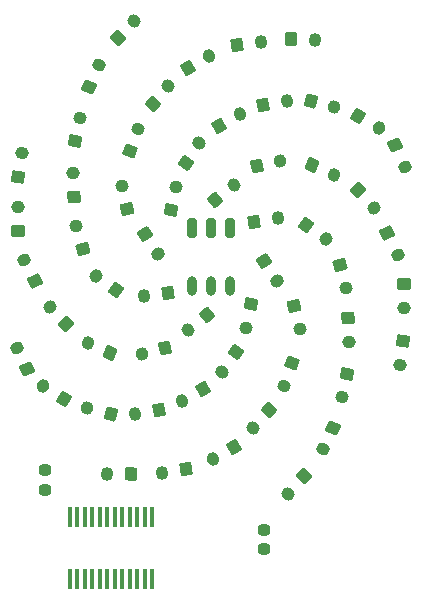
<source format=gbr>
%TF.GenerationSoftware,KiCad,Pcbnew,8.0.6*%
%TF.CreationDate,2024-11-10T20:15:22+09:00*%
%TF.ProjectId,sao-petal,73616f2d-7065-4746-916c-2e6b69636164,-*%
%TF.SameCoordinates,Original*%
%TF.FileFunction,Paste,Top*%
%TF.FilePolarity,Positive*%
%FSLAX46Y46*%
G04 Gerber Fmt 4.6, Leading zero omitted, Abs format (unit mm)*
G04 Created by KiCad (PCBNEW 8.0.6) date 2024-11-10 20:15:22*
%MOMM*%
%LPD*%
G01*
G04 APERTURE LIST*
G04 Aperture macros list*
%AMRoundRect*
0 Rectangle with rounded corners*
0 $1 Rounding radius*
0 $2 $3 $4 $5 $6 $7 $8 $9 X,Y pos of 4 corners*
0 Add a 4 corners polygon primitive as box body*
4,1,4,$2,$3,$4,$5,$6,$7,$8,$9,$2,$3,0*
0 Add four circle primitives for the rounded corners*
1,1,$1+$1,$2,$3*
1,1,$1+$1,$4,$5*
1,1,$1+$1,$6,$7*
1,1,$1+$1,$8,$9*
0 Add four rect primitives between the rounded corners*
20,1,$1+$1,$2,$3,$4,$5,0*
20,1,$1+$1,$4,$5,$6,$7,0*
20,1,$1+$1,$6,$7,$8,$9,0*
20,1,$1+$1,$8,$9,$2,$3,0*%
G04 Aperture macros list end*
%ADD10RoundRect,0.111760X-0.363220X0.474259X-0.514433X-0.303661X0.363220X-0.474259X0.514433X0.303661X0*%
%ADD11RoundRect,0.447040X-0.098075X0.081165X-0.121338X-0.038515X0.098075X-0.081165X0.121338X0.038515X0*%
%ADD12RoundRect,0.111760X-0.237698X0.548043X-0.572614X-0.170188X0.237698X-0.548043X0.572614X0.170188X0*%
%ADD13RoundRect,0.447040X-0.075526X0.102480X-0.127052X-0.008017X0.075526X-0.102480X0.127052X0.008017X0*%
%ADD14RoundRect,0.111760X0.109401X0.587267X-0.569887X0.179109X-0.109401X-0.587267X0.569887X-0.179109X0*%
%ADD15RoundRect,0.447040X-0.005308X0.127194X-0.109814X0.064400X0.005308X-0.127194X0.109814X-0.064400X0*%
%ADD16RoundRect,0.111760X0.387543X-0.454600X0.497835X0.330168X-0.387543X0.454600X-0.497835X-0.330168X0*%
%ADD17RoundRect,0.447040X0.102188X-0.075921X0.119156X0.044813X-0.102188X0.075921X-0.119156X-0.044813X0*%
%ADD18RoundRect,0.111760X0.597179X0.015089X0.056709X0.594672X-0.597179X-0.015089X-0.056709X-0.594672X0*%
%ADD19RoundRect,0.447040X0.123311X0.031637X0.040161X0.120803X-0.123311X-0.031637X-0.040161X-0.120803X0*%
%ADD20RoundRect,0.111760X0.453887X-0.388378X0.440057X0.403982X-0.453887X0.388378X-0.440057X-0.403982X0*%
%ADD21RoundRect,0.447040X0.112807X-0.059000X0.110679X0.062901X-0.112807X0.059000X-0.110679X-0.062901X0*%
%ADD22RoundRect,0.111760X-0.453887X0.388378X-0.440057X-0.403982X0.453887X-0.388378X0.440057X0.403982X0*%
%ADD23RoundRect,0.447040X-0.112807X0.059000X-0.110679X-0.062901X0.112807X-0.059000X0.110679X0.062901X0*%
%ADD24RoundRect,0.111760X-0.403982X-0.440057X0.388378X-0.453887X0.403982X0.440057X-0.388378X0.453887X0*%
%ADD25RoundRect,0.447040X-0.062901X-0.110679X0.059000X-0.112807X0.062901X0.110679X-0.059000X0.112807X0*%
%ADD26RoundRect,0.111760X-0.498441X-0.329253X0.267036X-0.534362X0.498441X0.329253X-0.267036X0.534362X0*%
%ADD27RoundRect,0.447040X-0.087808X-0.092174X0.029957X-0.123729X0.087808X0.092174X-0.029957X0.123729X0*%
%ADD28O,0.838200X1.676400*%
%ADD29RoundRect,0.167640X0.251460X-0.670560X0.251460X0.670560X-0.251460X0.670560X-0.251460X-0.670560X0*%
%ADD30RoundRect,0.111760X0.467165X-0.372301X0.425690X0.419093X-0.467165X0.372301X-0.425690X-0.419093X0*%
%ADD31RoundRect,0.447040X0.114797X-0.055027X0.108416X0.066726X-0.114797X0.055027X-0.108416X-0.066726X0*%
%ADD32RoundRect,0.111760X0.312593X0.509055X-0.467848X0.371442X-0.312593X-0.509055X0.467848X-0.371442X0*%
%ADD33RoundRect,0.447040X0.040627X0.120648X-0.079441X0.099477X-0.040627X-0.120648X0.079441X-0.099477X0*%
%ADD34RoundRect,0.111760X-0.548043X-0.237698X0.170188X-0.572614X0.548043X0.237698X-0.170188X0.572614X0*%
%ADD35RoundRect,0.447040X-0.102480X-0.075526X0.008017X-0.127052X0.102480X0.075526X-0.008017X0.127052X0*%
%ADD36RoundRect,0.111760X0.119634X0.585268X-0.566674X0.189028X-0.119634X-0.585268X0.566674X-0.189028X0*%
%ADD37RoundRect,0.447040X-0.003087X0.127267X-0.108673X0.066307X0.003087X-0.127267X0.108673X-0.066307X0*%
%ADD38RoundRect,0.111760X0.529620X-0.276321X0.337902X0.492619X-0.529620X0.276321X-0.337902X-0.492619X0*%
%ADD39RoundRect,0.447040X0.123188X-0.032112X0.093693X0.086186X-0.123188X0.032112X-0.093693X-0.086186X0*%
%ADD40RoundRect,0.111760X-0.387543X0.454600X-0.497835X-0.330168X0.387543X-0.454600X0.497835X0.330168X0*%
%ADD41RoundRect,0.447040X-0.102188X0.075921X-0.119156X-0.044813X0.102188X-0.075921X0.119156X0.044813X0*%
%ADD42RoundRect,0.111760X0.498441X0.329253X-0.267036X0.534362X-0.498441X-0.329253X0.267036X-0.534362X0*%
%ADD43RoundRect,0.447040X0.087808X0.092174X-0.029957X0.123729X-0.087808X-0.092174X0.029957X-0.123729X0*%
%ADD44RoundRect,0.111760X0.077429X-0.592331X0.597342X0.005761X-0.077429X0.592331X-0.597342X-0.005761X0*%
%ADD45RoundRect,0.447040X0.044353X-0.119328X0.124340X-0.027314X-0.044353X0.119328X-0.124340X0.027314X0*%
%ADD46RoundRect,0.111760X-0.572926X-0.169136X0.099135X-0.589087X0.572926X0.169136X-0.099135X0.589087X0*%
%ADD47RoundRect,0.447040X-0.110921X-0.062474X-0.007527X-0.127082X0.110921X0.062474X0.007527X0.127082X0*%
%ADD48RoundRect,0.237500X-0.262500X0.237500X-0.262500X-0.237500X0.262500X-0.237500X0.262500X0.237500X0*%
%ADD49RoundRect,0.111760X0.534362X-0.267036X0.329253X0.498441X-0.534362X0.267036X-0.329253X-0.498441X0*%
%ADD50RoundRect,0.447040X0.123729X-0.029957X0.092174X0.087808X-0.123729X0.029957X-0.092174X-0.087808X0*%
%ADD51RoundRect,0.111760X-0.056709X0.594672X-0.597179X0.015089X0.056709X-0.594672X0.597179X-0.015089X0*%
%ADD52RoundRect,0.447040X-0.040161X0.120803X-0.123311X0.031637X0.040161X-0.120803X0.123311X-0.031637X0*%
%ADD53RoundRect,0.111760X-0.016186X-0.597151X0.590889X-0.087754X0.016186X0.597151X-0.590889X0.087754X0*%
%ADD54RoundRect,0.447040X0.025140X-0.124797X0.118536X-0.046429X-0.025140X0.124797X-0.118536X0.046429X0*%
%ADD55RoundRect,0.111760X-0.575497X0.160169X-0.228097X-0.552108X0.575497X-0.160169X0.228097X0.552108X0*%
%ADD56RoundRect,0.447040X-0.127172X0.005798X-0.073726X-0.103783X0.127172X-0.005798X0.073726X0.103783X0*%
%ADD57RoundRect,0.111760X-0.330168X-0.497835X0.454600X-0.387543X0.330168X0.497835X-0.454600X0.387543X0*%
%ADD58RoundRect,0.447040X-0.044813X-0.119156X0.075921X-0.102188X0.044813X0.119156X-0.075921X0.102188X0*%
%ADD59RoundRect,0.111760X-0.077429X0.592331X-0.597342X-0.005761X0.077429X-0.592331X0.597342X0.005761X0*%
%ADD60RoundRect,0.447040X-0.044353X0.119328X-0.124340X0.027314X0.044353X-0.119328X0.124340X-0.027314X0*%
%ADD61RoundRect,0.111760X0.330168X0.497835X-0.454600X0.387543X-0.330168X-0.497835X0.454600X-0.387543X0*%
%ADD62RoundRect,0.447040X0.044813X0.119156X-0.075921X0.102188X-0.044813X-0.119156X0.075921X-0.102188X0*%
%ADD63RoundRect,0.111760X0.138920X-0.580992X0.593468X0.068169X-0.138920X0.580992X-0.593468X-0.068169X0*%
%ADD64RoundRect,0.447040X0.056583X-0.114038X0.126514X-0.014167X-0.056583X0.114038X-0.126514X0.014167X0*%
%ADD65RoundRect,0.111760X-0.529620X0.276321X-0.337902X-0.492619X0.529620X-0.276321X0.337902X0.492619X0*%
%ADD66RoundRect,0.447040X-0.123188X0.032112X-0.093693X-0.086186X0.123188X-0.032112X0.093693X0.086186X0*%
%ADD67RoundRect,0.111760X-0.538941X0.257669X-0.320504X-0.504111X0.538941X-0.257669X0.320504X0.504111X0*%
%ADD68RoundRect,0.447040X-0.124233X0.027793X-0.090628X-0.089404X0.124233X-0.027793X0.090628X0.089404X0*%
%ADD69RoundRect,0.111760X0.237698X-0.548043X0.572614X0.170188X-0.237698X0.548043X-0.572614X-0.170188X0*%
%ADD70RoundRect,0.447040X0.075526X-0.102480X0.127052X0.008017X-0.075526X0.102480X-0.127052X-0.008017X0*%
%ADD71RoundRect,0.111760X0.354888X-0.480526X0.519654X0.294636X-0.354888X0.480526X-0.519654X-0.294636X0*%
%ADD72RoundRect,0.447040X0.096643X-0.082864X0.121992X0.036392X-0.096643X0.082864X-0.121992X-0.036392X0*%
%ADD73RoundRect,0.111760X-0.590727X0.088839X-0.159112X-0.575790X0.590727X-0.088839X0.159112X0.575790X0*%
%ADD74RoundRect,0.447040X-0.126931X-0.009744X-0.060529X-0.111994X0.126931X0.009744X0.060529X0.111994X0*%
%ADD75RoundRect,0.111760X-0.583328X-0.128759X0.057801X-0.594567X0.583328X0.128759X-0.057801X0.594567X0*%
%ADD76RoundRect,0.447040X-0.115009X-0.054584X-0.016373X-0.126247X0.115009X0.054584X0.016373X0.126247X0*%
%ADD77RoundRect,0.111760X-0.138920X0.580992X-0.593468X-0.068169X0.138920X-0.580992X0.593468X0.068169X0*%
%ADD78RoundRect,0.447040X-0.056583X0.114038X-0.126514X0.014167X0.056583X-0.114038X0.126514X-0.014167X0*%
%ADD79RoundRect,0.111760X-0.293681X0.520194X-0.551688X-0.229110X0.293681X-0.520194X0.551688X0.229110X0*%
%ADD80RoundRect,0.447040X-0.085825X0.094024X-0.125518X-0.021253X0.085825X-0.094024X0.125518X0.021253X0*%
%ADD81RoundRect,0.111760X0.293681X-0.520194X0.551688X0.229110X-0.293681X0.520194X-0.551688X-0.229110X0*%
%ADD82RoundRect,0.447040X0.085825X-0.094024X0.125518X0.021253X-0.085825X0.094024X-0.125518X-0.021253X0*%
%ADD83RoundRect,0.111760X0.285522X0.524717X-0.486647X0.346448X-0.285522X-0.524717X0.486647X-0.346448X0*%
%ADD84RoundRect,0.447040X0.034257X0.122609X-0.084538X0.095183X-0.034257X-0.122609X0.084538X-0.095183X0*%
%ADD85RoundRect,0.111760X-0.285522X-0.524717X0.486647X-0.346448X0.285522X0.524717X-0.486647X0.346448X0*%
%ADD86RoundRect,0.447040X-0.034257X-0.122609X0.084538X-0.095183X0.034257X0.122609X-0.084538X0.095183X0*%
%ADD87RoundRect,0.111760X0.056709X-0.594672X0.597179X-0.015089X-0.056709X0.594672X-0.597179X0.015089X0*%
%ADD88RoundRect,0.447040X0.040161X-0.120803X0.123311X-0.031637X-0.040161X0.120803X-0.123311X0.031637X0*%
%ADD89RoundRect,0.111760X0.411600X0.432939X-0.380397X0.460596X-0.411600X-0.432939X0.380397X-0.460596X0*%
%ADD90RoundRect,0.447040X0.064823X0.109564X-0.057022X0.113819X-0.064823X-0.109564X0.057022X-0.113819X0*%
%ADD91RoundRect,0.111760X-0.109401X-0.587267X0.569887X-0.179109X0.109401X0.587267X-0.569887X0.179109X0*%
%ADD92RoundRect,0.447040X0.005308X-0.127194X0.109814X-0.064400X-0.005308X0.127194X-0.109814X0.064400X0*%
%ADD93RoundRect,0.111760X0.016186X0.597151X-0.590889X0.087754X-0.016186X-0.597151X0.590889X-0.087754X0*%
%ADD94RoundRect,0.447040X-0.025140X0.124797X-0.118536X0.046429X0.025140X-0.124797X0.118536X-0.046429X0*%
%ADD95R,0.360000X1.750000*%
%ADD96RoundRect,0.090000X0.090000X-0.785000X0.090000X0.785000X-0.090000X0.785000X-0.090000X-0.785000X0*%
%ADD97RoundRect,0.111760X0.363220X-0.474259X0.514433X0.303661X-0.363220X0.474259X-0.514433X-0.303661X0*%
%ADD98RoundRect,0.447040X0.098075X-0.081165X0.121338X0.038515X-0.098075X0.081165X-0.121338X-0.038515X0*%
%ADD99RoundRect,0.111760X0.572614X-0.170188X0.237698X0.548043X-0.572614X0.170188X-0.237698X-0.548043X0*%
%ADD100RoundRect,0.447040X0.127052X-0.008017X0.075526X0.102480X-0.127052X0.008017X-0.075526X-0.102480X0*%
%ADD101RoundRect,0.111760X0.572926X0.169136X-0.099135X0.589087X-0.572926X-0.169136X0.099135X-0.589087X0*%
%ADD102RoundRect,0.447040X0.110921X0.062474X0.007527X0.127082X-0.110921X-0.062474X-0.007527X-0.127082X0*%
%ADD103RoundRect,0.111760X-0.597179X-0.015089X-0.056709X-0.594672X0.597179X0.015089X0.056709X0.594672X0*%
%ADD104RoundRect,0.447040X-0.123311X-0.031637X-0.040161X-0.120803X0.123311X0.031637X0.040161X0.120803X0*%
%ADD105RoundRect,0.111760X-0.119634X-0.585268X0.566674X-0.189028X0.119634X0.585268X-0.566674X0.189028X0*%
%ADD106RoundRect,0.447040X0.003087X-0.127267X0.108673X-0.066307X-0.003087X0.127267X-0.108673X0.066307X0*%
%ADD107RoundRect,0.111760X0.583328X0.128759X-0.057801X0.594567X-0.583328X-0.128759X0.057801X-0.594567X0*%
%ADD108RoundRect,0.447040X0.115009X0.054584X0.016373X0.126247X-0.115009X-0.054584X-0.016373X-0.126247X0*%
%ADD109RoundRect,0.111760X-0.312593X-0.509055X0.467848X-0.371442X0.312593X0.509055X-0.467848X0.371442X0*%
%ADD110RoundRect,0.447040X-0.040627X-0.120648X0.079441X-0.099477X0.040627X0.120648X-0.079441X0.099477X0*%
%ADD111RoundRect,0.111760X0.548043X0.237698X-0.170188X0.572614X-0.548043X-0.237698X0.170188X-0.572614X0*%
%ADD112RoundRect,0.447040X0.102480X0.075526X-0.008017X0.127052X-0.102480X-0.075526X0.008017X-0.127052X0*%
%ADD113RoundRect,0.111760X0.575497X-0.160169X0.228097X0.552108X-0.575497X0.160169X-0.228097X-0.552108X0*%
%ADD114RoundRect,0.447040X0.127172X-0.005798X0.073726X0.103783X-0.127172X0.005798X-0.073726X-0.103783X0*%
%ADD115RoundRect,0.111760X-0.354888X0.480526X-0.519654X-0.294636X0.354888X-0.480526X0.519654X0.294636X0*%
%ADD116RoundRect,0.447040X-0.096643X0.082864X-0.121992X-0.036392X0.096643X-0.082864X0.121992X0.036392X0*%
%ADD117RoundRect,0.111760X-0.467165X0.372301X-0.425690X-0.419093X0.467165X-0.372301X0.425690X0.419093X0*%
%ADD118RoundRect,0.447040X-0.114797X0.055027X-0.108416X-0.066726X0.114797X-0.055027X0.108416X0.066726X0*%
%ADD119RoundRect,0.111760X-0.572614X0.170188X-0.237698X-0.548043X0.572614X-0.170188X0.237698X0.548043X0*%
%ADD120RoundRect,0.447040X-0.127052X0.008017X-0.075526X-0.102480X0.127052X-0.008017X0.075526X0.102480X0*%
G04 APERTURE END LIST*
D10*
%TO.C,LED26*%
X149335912Y-92059717D03*
D11*
X148948188Y-94054383D03*
%TD*%
D12*
%TO.C,LED27*%
X148215630Y-96649361D03*
D13*
X147356870Y-98490979D03*
%TD*%
D14*
%TO.C,LED33*%
X139792532Y-98266091D03*
D15*
X138050768Y-99312649D03*
%TD*%
D16*
%TO.C,LED49*%
X121559050Y-75411482D03*
D17*
X121841850Y-73399258D03*
%TD*%
D18*
%TO.C,LED46*%
X125593760Y-87899225D03*
D19*
X124207940Y-86413115D03*
%TD*%
D20*
%TO.C,LED48*%
X121540382Y-79993215D03*
D21*
X121504918Y-77961525D03*
%TD*%
D22*
%TO.C,LED20*%
X154169318Y-84489325D03*
D23*
X154204782Y-86521015D03*
%TD*%
D24*
%TO.C,LED7*%
X144611405Y-63745038D03*
D25*
X146643095Y-63780502D03*
%TD*%
D26*
%TO.C,LED12*%
X146347669Y-68960810D03*
D27*
X148310431Y-69486730D03*
%TD*%
D28*
%TO.C,LED57*%
X136238140Y-84678350D03*
D29*
X136238140Y-79778350D03*
D28*
X137838140Y-84678350D03*
D29*
X137838140Y-79778350D03*
D28*
X139438140Y-84678350D03*
D29*
X139438140Y-79778350D03*
%TD*%
D30*
%TO.C,LED53*%
X126264313Y-77097008D03*
D31*
X126157967Y-75067792D03*
%TD*%
D32*
%TO.C,LED39*%
X133445215Y-95133143D03*
D33*
X131444085Y-95485997D03*
%TD*%
D34*
%TO.C,LED17*%
X146433641Y-74382390D03*
D35*
X148275259Y-75241150D03*
%TD*%
D36*
%TO.C,LED38*%
X137159932Y-93379170D03*
D37*
X135400168Y-94395170D03*
%TD*%
D38*
%TO.C,LED2*%
X130789603Y-78121240D03*
D39*
X130298017Y-76149600D03*
%TD*%
D40*
%TO.C,LED21*%
X154150650Y-89299658D03*
D41*
X153867850Y-91311882D03*
%TD*%
D42*
%TO.C,LED40*%
X129362031Y-95496330D03*
D43*
X127399269Y-94970410D03*
%TD*%
D44*
%TO.C,LED4*%
X132921094Y-69279355D03*
D45*
X134254206Y-67745785D03*
%TD*%
D46*
%TO.C,LED13*%
X150328233Y-70234772D03*
D47*
X152051467Y-71311568D03*
%TD*%
D48*
%TO.C,C1*%
X123836250Y-101893570D03*
X123836250Y-100243570D03*
%TD*%
D49*
%TO.C,LED52*%
X126992610Y-81558951D03*
D50*
X126466690Y-79596189D03*
%TD*%
D51*
%TO.C,LED28*%
X145735960Y-100764115D03*
D52*
X144350140Y-102250225D03*
%TD*%
D53*
%TO.C,LED15*%
X138219549Y-77369842D03*
D54*
X139776151Y-76063698D03*
%TD*%
D55*
%TO.C,LED19*%
X152776465Y-80197795D03*
D56*
X153667235Y-82024145D03*
%TD*%
D57*
%TO.C,LED6*%
X140074538Y-64285170D03*
D58*
X142086762Y-64002370D03*
%TD*%
D59*
%TO.C,LED32*%
X142788606Y-95177785D03*
D60*
X141455494Y-96711355D03*
%TD*%
D61*
%TO.C,LED34*%
X135762162Y-100171970D03*
D62*
X133749938Y-100454770D03*
%TD*%
D63*
%TO.C,LED9*%
X135722696Y-74196228D03*
D64*
X136888204Y-72531712D03*
%TD*%
D65*
%TO.C,LED30*%
X144911247Y-86336280D03*
D66*
X145402833Y-88307920D03*
%TD*%
D67*
%TO.C,LED24*%
X148750802Y-82902928D03*
D68*
X149310898Y-84856212D03*
%TD*%
D69*
%TO.C,LED55*%
X127494070Y-67807779D03*
D70*
X128352830Y-65966161D03*
%TD*%
D71*
%TO.C,LED8*%
X134443212Y-78243968D03*
D72*
X134865688Y-76256372D03*
%TD*%
D73*
%TO.C,LED1*%
X132272297Y-80233481D03*
D74*
X133379003Y-81937659D03*
%TD*%
D75*
%TO.C,LED23*%
X145919599Y-79469470D03*
D76*
X147563521Y-80663850D03*
%TD*%
D77*
%TO.C,LED37*%
X139987004Y-90260912D03*
D78*
X138821496Y-91925428D03*
%TD*%
D79*
%TO.C,LED31*%
X144713427Y-91199323D03*
D80*
X144051873Y-93120617D03*
%TD*%
D81*
%TO.C,LED3*%
X130996273Y-73257817D03*
D82*
X131657827Y-71336523D03*
%TD*%
D83*
%TO.C,LED44*%
X133993410Y-89924820D03*
D84*
X132013490Y-90381920D03*
%TD*%
D85*
%TO.C,LED16*%
X141716290Y-74532320D03*
D86*
X143696210Y-74075220D03*
%TD*%
D87*
%TO.C,LED56*%
X129973740Y-63693025D03*
D88*
X131359560Y-62206915D03*
%TD*%
D89*
%TO.C,LED35*%
X131097831Y-100602828D03*
D90*
X129067069Y-100531912D03*
%TD*%
D91*
%TO.C,LED5*%
X135917168Y-66191049D03*
D92*
X137658932Y-65144491D03*
%TD*%
D93*
%TO.C,LED43*%
X137490151Y-87087298D03*
D94*
X135933549Y-88393442D03*
%TD*%
D95*
%TO.C,U1*%
X125886250Y-109481070D03*
D96*
X126521250Y-109481070D03*
X127156250Y-109481070D03*
X127791250Y-109481070D03*
X128426250Y-109481070D03*
X129061250Y-109481070D03*
X129696250Y-109481070D03*
X130331250Y-109481070D03*
X130966250Y-109481070D03*
X131601250Y-109481070D03*
X132236250Y-109481070D03*
X132871250Y-109481070D03*
X132871250Y-104206070D03*
X132236250Y-104206070D03*
X131601250Y-104206070D03*
X130966250Y-104206070D03*
X130331250Y-104206070D03*
X129696250Y-104206070D03*
X129061250Y-104206070D03*
X128426250Y-104206070D03*
X127791250Y-104206070D03*
X127156250Y-104206070D03*
X126521250Y-104206070D03*
X125886250Y-104206070D03*
%TD*%
D97*
%TO.C,LED54*%
X126373788Y-72397423D03*
D98*
X126761512Y-70402757D03*
%TD*%
D99*
%TO.C,LED42*%
X122282230Y-91709179D03*
D100*
X121423470Y-89867561D03*
%TD*%
D101*
%TO.C,LED41*%
X125381467Y-94222368D03*
D102*
X123658233Y-93145572D03*
%TD*%
D61*
%TO.C,LED50*%
X134191122Y-85247090D03*
D62*
X132178898Y-85529890D03*
%TD*%
D103*
%TO.C,LED18*%
X150268340Y-76557915D03*
D104*
X151654160Y-78044025D03*
%TD*%
D57*
%TO.C,LED22*%
X141518578Y-79210050D03*
D58*
X143530802Y-78927250D03*
%TD*%
D105*
%TO.C,LED10*%
X138549768Y-71077970D03*
D106*
X140309532Y-70061970D03*
%TD*%
D107*
%TO.C,LED51*%
X129790101Y-84987670D03*
D108*
X128146179Y-83793290D03*
%TD*%
D109*
%TO.C,LED11*%
X142264485Y-69323997D03*
D110*
X144265615Y-68971143D03*
%TD*%
D111*
%TO.C,LED45*%
X129276059Y-90328750D03*
D112*
X127434441Y-89469990D03*
%TD*%
D113*
%TO.C,LED47*%
X122933235Y-84259345D03*
D114*
X122042465Y-82432995D03*
%TD*%
D115*
%TO.C,LED36*%
X141266488Y-86213172D03*
D116*
X140844012Y-88200768D03*
%TD*%
D48*
%TO.C,R6*%
X142336250Y-106918570D03*
X142336250Y-105268570D03*
%TD*%
D117*
%TO.C,LED25*%
X149445387Y-87360132D03*
D118*
X149551733Y-89389348D03*
%TD*%
D73*
%TO.C,LED29*%
X142330697Y-82519481D03*
D74*
X143437403Y-84223659D03*
%TD*%
D119*
%TO.C,LED14*%
X153427470Y-72747961D03*
D120*
X154286230Y-74589579D03*
%TD*%
M02*

</source>
